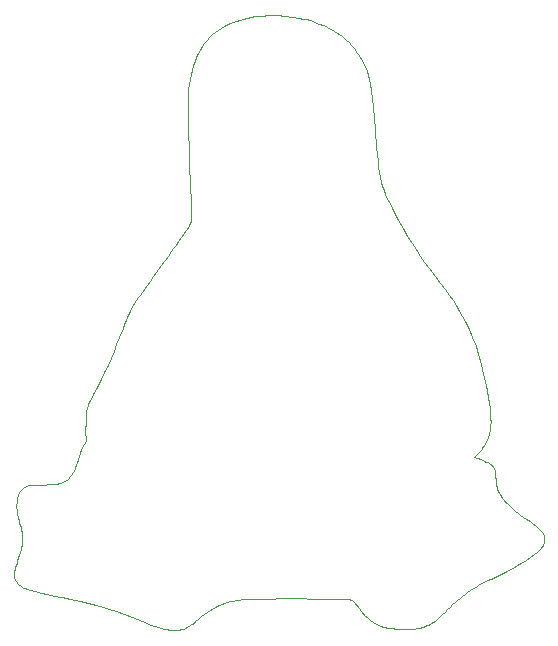
<source format=gbr>
%TF.GenerationSoftware,KiCad,Pcbnew,6.0.11-2627ca5db0~126~ubuntu20.04.1*%
%TF.CreationDate,2023-05-23T08:29:18+02:00*%
%TF.ProjectId,tux_badge,7475785f-6261-4646-9765-2e6b69636164,rev?*%
%TF.SameCoordinates,Original*%
%TF.FileFunction,Profile,NP*%
%FSLAX46Y46*%
G04 Gerber Fmt 4.6, Leading zero omitted, Abs format (unit mm)*
G04 Created by KiCad (PCBNEW 6.0.11-2627ca5db0~126~ubuntu20.04.1) date 2023-05-23 08:29:18*
%MOMM*%
%LPD*%
G01*
G04 APERTURE LIST*
%TA.AperFunction,Profile*%
%ADD10C,0.057447*%
%TD*%
G04 APERTURE END LIST*
D10*
X143189877Y-119509111D02*
X143191186Y-119552761D01*
X172746234Y-122800340D02*
X172771268Y-122828132D01*
X183450654Y-107547476D02*
X183473449Y-107451492D01*
X157837915Y-90259507D02*
X157734649Y-90412171D01*
X187764184Y-117384503D02*
X187794885Y-117350629D01*
X150726957Y-122279438D02*
X151288346Y-122454378D01*
X188074130Y-116276077D02*
X188052891Y-116212278D01*
X183746846Y-110357616D02*
X183731577Y-110338126D01*
X179317362Y-123032309D02*
X179496322Y-122865274D01*
X187059791Y-115144817D02*
X186908541Y-115039340D01*
X143892814Y-116808588D02*
X143867752Y-116998056D01*
X173226925Y-123260134D02*
X173297539Y-123324454D01*
X144181721Y-120717161D02*
X144291787Y-120754403D01*
X158111347Y-89794592D02*
X158087810Y-89843339D01*
X180915152Y-97192788D02*
X180656761Y-96761021D01*
X164960467Y-72183786D02*
X164611539Y-72193696D01*
X152921526Y-97435221D02*
X152803752Y-97699474D01*
X183685093Y-110284856D02*
X183669111Y-110268569D01*
X146612068Y-121336477D02*
X147254937Y-121477386D01*
X153207239Y-123169210D02*
X154092862Y-123516078D01*
X160614404Y-122092649D02*
X160822656Y-122006276D01*
X158106166Y-77587046D02*
X158036267Y-78002579D01*
X156901160Y-91598492D02*
X156763187Y-91800129D01*
X177567428Y-124043489D02*
X177724689Y-124003894D01*
X149328689Y-108066775D02*
X149328210Y-108091432D01*
X188127066Y-116496525D02*
X188118718Y-116445502D01*
X173686181Y-123611539D02*
X173771157Y-123662124D01*
X171631421Y-121651852D02*
X171653142Y-121654931D01*
X173954877Y-83950143D02*
X173899634Y-83317992D01*
X188090034Y-116834979D02*
X188105844Y-116784704D01*
X158229035Y-89347939D02*
X158219013Y-89439069D01*
X158150802Y-89701903D02*
X158132294Y-89747554D01*
X183473449Y-107451492D02*
X183494579Y-107353464D01*
X159322870Y-122895452D02*
X159555378Y-122722327D01*
X187662633Y-117484619D02*
X187698102Y-117451446D01*
X172363334Y-75476401D02*
X172214584Y-75264536D01*
X147316244Y-111725310D02*
X147266800Y-111745633D01*
X160000162Y-73803312D02*
X159769489Y-74030610D01*
X184005563Y-111596393D02*
X183989904Y-111451544D01*
X182736400Y-108979904D02*
X182813214Y-108880756D01*
X187970267Y-117101120D02*
X187990208Y-117063082D01*
X145615072Y-111929212D02*
X145615072Y-111929212D01*
X188131985Y-116641095D02*
X188133741Y-116593760D01*
X177281217Y-124100016D02*
X177400314Y-124079958D01*
X185456422Y-113995205D02*
X185275448Y-113837601D01*
X143504112Y-118357977D02*
X143440760Y-118549597D01*
X153207239Y-123169210D02*
X153207239Y-123169210D01*
X153038485Y-97189029D02*
X152921526Y-97435221D01*
X143336454Y-120023400D02*
X143386538Y-120104363D01*
X174333332Y-123918670D02*
X174435924Y-123953696D01*
X171907209Y-121746647D02*
X171938614Y-121765108D01*
X170533105Y-73661277D02*
X170309302Y-73517601D01*
X147624956Y-111535210D02*
X147582983Y-111567992D01*
X148724360Y-109555131D02*
X148724248Y-109554925D01*
X188107085Y-116392128D02*
X188092208Y-116335840D01*
X158817549Y-123297605D02*
X159077743Y-123086848D01*
X144547603Y-111982751D02*
X144440873Y-111997828D01*
X149074608Y-108602519D02*
X149054359Y-108638899D01*
X147497982Y-111627646D02*
X147454417Y-111654661D01*
X179707594Y-95371341D02*
X179302180Y-94829875D01*
X148928044Y-108924236D02*
X148895379Y-109011304D01*
X143610060Y-114903970D02*
X143685505Y-115153936D01*
X180321736Y-122068287D02*
X180533803Y-121876628D01*
X143867752Y-116998056D02*
X143832702Y-117195180D01*
X149577487Y-104954232D02*
X149517050Y-105094728D01*
X144001142Y-120638264D02*
X144100544Y-120685366D01*
X143575223Y-120331892D02*
X143650002Y-120401412D01*
X188132087Y-116545757D02*
X188127066Y-116496525D01*
X183087183Y-108475140D02*
X183128943Y-108400083D01*
X144670823Y-111970328D02*
X144547603Y-111982751D01*
X144100544Y-120685366D02*
X144100544Y-120685366D01*
X184275216Y-112598088D02*
X184202868Y-112442410D01*
X147161224Y-111781867D02*
X147104556Y-111797921D01*
X187843704Y-115829581D02*
X187780746Y-115753399D01*
X148722502Y-109562799D02*
X148723444Y-109559435D01*
X181400791Y-98093336D02*
X181400791Y-98093336D01*
X176168987Y-90231688D02*
X175770355Y-89509117D01*
X184090773Y-112105812D02*
X184066858Y-111993629D01*
X159777719Y-122566385D02*
X159992342Y-122426535D01*
X143841504Y-112341730D02*
X143793405Y-112393598D01*
X170397303Y-121587189D02*
X171045862Y-121610834D01*
X183372174Y-107823398D02*
X183400026Y-107733405D01*
X153279682Y-96732448D02*
X153157060Y-96956303D01*
X147751977Y-111424184D02*
X147666933Y-111500362D01*
X183350525Y-104507330D02*
X183350525Y-104507330D01*
X183566350Y-106520298D02*
X183563753Y-106356339D01*
X150261081Y-103626491D02*
X149920817Y-104273283D01*
X173899634Y-83317992D02*
X173783301Y-81802948D01*
X175026059Y-88103976D02*
X174837098Y-87713058D01*
X158977574Y-75103231D02*
X158812644Y-75411514D01*
X149333775Y-105751830D02*
X149316215Y-105892804D01*
X184202868Y-112442410D02*
X184141502Y-112285810D01*
X157980229Y-78432849D02*
X157980229Y-78432849D01*
X163263512Y-72340273D02*
X162942326Y-72402844D01*
X147926077Y-121618833D02*
X147926077Y-121618833D01*
X158327346Y-123688980D02*
X158434508Y-123606363D01*
X143787564Y-117401740D02*
X143732236Y-117619519D01*
X152421244Y-98646543D02*
X152117612Y-99452461D01*
X183969974Y-111060925D02*
X183962430Y-110947685D01*
X174673329Y-87343884D02*
X174532124Y-86986261D01*
X146845758Y-111850048D02*
X146693328Y-111869858D01*
X157941919Y-78897981D02*
X157919513Y-79482436D01*
X144440873Y-111997828D02*
X144348326Y-112016098D01*
X153546787Y-96292973D02*
X153408781Y-96512869D01*
X143217060Y-119726971D02*
X143228515Y-119770201D01*
X149647412Y-104804501D02*
X149577487Y-104954232D01*
X163077224Y-121611256D02*
X164031075Y-121589731D01*
X175242838Y-88526830D02*
X175026059Y-88103976D01*
X179302180Y-94829875D02*
X178836739Y-94225901D01*
X149328210Y-108091432D02*
X149326350Y-108115630D01*
X176979465Y-124129580D02*
X177139846Y-124116532D01*
X182790465Y-120290877D02*
X183044244Y-120155139D01*
X155707467Y-124074702D02*
X155948810Y-124138760D01*
X182554359Y-109196850D02*
X182650964Y-109084517D01*
X149275408Y-106910457D02*
X149265858Y-107041721D01*
X143506200Y-120258969D02*
X143575223Y-120331892D01*
X173523533Y-123503568D02*
X173603646Y-123558691D01*
X188020736Y-117000884D02*
X188047522Y-116942508D01*
X173603646Y-123558691D02*
X173686181Y-123611539D01*
X149727496Y-104642873D02*
X149647412Y-104804501D01*
X143428095Y-113879251D02*
X143433106Y-113974503D01*
X143506827Y-112948289D02*
X143489038Y-113025872D01*
X182318665Y-109633191D02*
X182239264Y-109615292D01*
X188047522Y-116942508D02*
X188070607Y-116887394D01*
X157048283Y-124244324D02*
X157198147Y-124221552D01*
X171794597Y-121692600D02*
X171821009Y-121703433D01*
X173390004Y-78031430D02*
X173299862Y-77589663D01*
X156169141Y-124188454D02*
X156371106Y-124224437D01*
X158036267Y-78002579D02*
X157980229Y-78432849D01*
X184453727Y-112907590D02*
X184358763Y-112753072D01*
X188052891Y-116212278D02*
X188052891Y-116212278D01*
X164031075Y-121589731D02*
X166662777Y-121566353D01*
X158228455Y-123762648D02*
X158327346Y-123688980D01*
X187628228Y-115596208D02*
X187537299Y-115513901D01*
X174837098Y-87713058D02*
X174673329Y-87343884D01*
X184943947Y-119237738D02*
X185187943Y-119112441D01*
X167979592Y-72546180D02*
X167686791Y-72474724D01*
X172630243Y-122652359D02*
X172652297Y-122682932D01*
X155948810Y-124138760D02*
X156169141Y-124188454D01*
X158812644Y-75411514D02*
X158661077Y-75735556D01*
X173089108Y-76884719D02*
X172988296Y-76633876D01*
X158167019Y-89657316D02*
X158150802Y-89701903D01*
X154719021Y-94675608D02*
X154455485Y-95027904D01*
X143194594Y-119596417D02*
X143200065Y-119640034D01*
X173948507Y-123756544D02*
X174040919Y-123800399D01*
X143575617Y-112738729D02*
X143549997Y-112805055D01*
X157919513Y-79482436D02*
X157913359Y-80203921D01*
X157667660Y-124088453D02*
X157742038Y-124057198D01*
X158522943Y-76075211D02*
X158398314Y-76430334D01*
X149326350Y-108115630D02*
X149323187Y-108139386D01*
X147104556Y-111797921D02*
X147044944Y-111812695D01*
X156557355Y-124247362D02*
X156730535Y-124257883D01*
X183956843Y-110892968D02*
X183949726Y-110839435D01*
X165514981Y-72190566D02*
X165312603Y-72184891D01*
X149323187Y-108139386D02*
X149318802Y-108162718D01*
X173858592Y-123710455D02*
X173948507Y-123756544D01*
X159992342Y-122426535D02*
X160201697Y-122301689D01*
X178700335Y-123542365D02*
X178843358Y-123436258D01*
X184358763Y-112753072D02*
X184275216Y-112598088D01*
X157923803Y-81080142D02*
X157951191Y-82128803D01*
X147926077Y-121618833D02*
X148780587Y-121798926D01*
X149315185Y-107963221D02*
X149321033Y-107989882D01*
X148831786Y-109199407D02*
X148831786Y-109199407D01*
X148698285Y-109623419D02*
X148670432Y-109702196D01*
X148099760Y-111035094D02*
X148053208Y-111098725D01*
X182552250Y-109700138D02*
X182424096Y-109660952D01*
X183494579Y-107353464D02*
X183494579Y-107353464D01*
X143293236Y-119940478D02*
X143336454Y-120023400D01*
X149318802Y-108162718D02*
X149313274Y-108185640D01*
X156763187Y-91800129D02*
X156682893Y-91920528D01*
X148568790Y-109995874D02*
X148478008Y-110251925D01*
X174040919Y-123800399D02*
X174135848Y-123842032D01*
X174217634Y-85880771D02*
X174140423Y-85467425D01*
X170749674Y-73811953D02*
X170533105Y-73661277D01*
X146982118Y-111826260D02*
X146915812Y-111838687D01*
X183901152Y-110635905D02*
X183882781Y-110587360D01*
X183342618Y-107911442D02*
X183372174Y-107823398D01*
X183962430Y-110947685D02*
X183956843Y-110892968D01*
X143196065Y-119445914D02*
X143191387Y-119481866D01*
X148311365Y-110660666D02*
X148270601Y-110745370D01*
X149294836Y-106205597D02*
X149289677Y-106382738D01*
X149147522Y-108491934D02*
X149097310Y-108565989D01*
X162544533Y-121638742D02*
X162544533Y-121638742D01*
X182759180Y-101692928D02*
X182538118Y-100907799D01*
X184952103Y-113525531D02*
X184809296Y-113370611D01*
X164266599Y-72214462D02*
X163926428Y-72245920D01*
X183989904Y-111451544D02*
X183977276Y-111304373D01*
X171045862Y-121610834D02*
X171045862Y-121610834D01*
X143527107Y-112874795D02*
X143506827Y-112948289D01*
X158189854Y-77186397D02*
X158106166Y-77587046D01*
X148723912Y-109555340D02*
X148722382Y-109558570D01*
X143381709Y-118736999D02*
X143328248Y-118915475D01*
X143707804Y-112500830D02*
X143670061Y-112556870D01*
X156682893Y-91920528D02*
X156504501Y-92186918D01*
X149316215Y-105892804D02*
X149303458Y-106043172D01*
X143841504Y-112341730D02*
X143841504Y-112341730D01*
X149199885Y-108415658D02*
X149147522Y-108491934D01*
X183545981Y-106005008D02*
X183530783Y-105817213D01*
X149290634Y-108252127D02*
X149271290Y-108294719D01*
X165921606Y-72213082D02*
X165718042Y-72199966D01*
X149517050Y-105094728D02*
X149465434Y-105228651D01*
X157321858Y-90998867D02*
X157321858Y-90998867D01*
X187709149Y-115675824D02*
X187628228Y-115596208D01*
X161980905Y-121712311D02*
X162253103Y-121673472D01*
X171893812Y-74860759D02*
X171721911Y-74668927D01*
X147266800Y-111745633D02*
X147215216Y-111764462D01*
X172879344Y-76389428D02*
X172762310Y-76151417D01*
X143793405Y-112393598D02*
X143748879Y-112446519D01*
X149313274Y-108185640D02*
X149306684Y-108208172D01*
X159155794Y-74810853D02*
X158977574Y-75103231D01*
X143191387Y-119481866D02*
X143189877Y-119509111D01*
X182623815Y-109724502D02*
X182552250Y-109700138D01*
X188118078Y-116736005D02*
X188126778Y-116688323D01*
X157345536Y-124188990D02*
X157432143Y-124166083D01*
X171545981Y-121643343D02*
X171545981Y-121643343D01*
X143745809Y-115354668D02*
X143797030Y-115547023D01*
X143433228Y-113486956D02*
X143433228Y-113486956D01*
X172850475Y-122906673D02*
X172878325Y-122931017D01*
X173551684Y-79177270D02*
X173473153Y-78555051D01*
X149097310Y-108565989D02*
X149074608Y-108602519D01*
X143815722Y-120528806D02*
X143906108Y-120585957D01*
X149315185Y-107963221D02*
X149315185Y-107963221D01*
X143635528Y-112614974D02*
X143604087Y-112675481D01*
X181400791Y-98093336D02*
X181160060Y-97632215D01*
X174532124Y-86986261D02*
X174410858Y-86629996D01*
X177873891Y-123960021D02*
X178016828Y-123910716D01*
X185484596Y-118945427D02*
X185818427Y-118746503D01*
X188126778Y-116688323D02*
X188131985Y-116641095D01*
X146118178Y-111911126D02*
X145880022Y-111920731D01*
X160201697Y-122301689D02*
X160408234Y-122190757D01*
X143839068Y-115732783D02*
X143871822Y-115913728D01*
X149054359Y-108638899D02*
X149054359Y-108638899D01*
X176536498Y-90875117D02*
X176168987Y-90231688D01*
X183043641Y-108548437D02*
X183087183Y-108475140D01*
X148352109Y-110569665D02*
X148311365Y-110660666D01*
X154455485Y-95027904D02*
X154038551Y-95585427D01*
X174759550Y-124042528D02*
X174893596Y-124065335D01*
X157926017Y-90123997D02*
X157837915Y-90259507D01*
X182424096Y-109660952D02*
X182318665Y-109633191D01*
X183039990Y-109901838D02*
X182950352Y-109858319D01*
X183563753Y-106356339D02*
X183556967Y-106184646D01*
X158237770Y-89027887D02*
X158237213Y-89144927D01*
X147044944Y-111812695D02*
X146982118Y-111826260D01*
X147254937Y-121477386D02*
X147926077Y-121618833D01*
X157321858Y-90998867D02*
X157089741Y-91327458D01*
X152117612Y-99452461D02*
X151885597Y-100061584D01*
X182171911Y-109602768D02*
X182171977Y-109602729D01*
X172878325Y-122931017D02*
X173226925Y-123260134D01*
X183731577Y-110338126D02*
X183716248Y-110319556D01*
X171720854Y-121668782D02*
X171744625Y-121675420D01*
X186563000Y-114808000D02*
X186563000Y-114808000D01*
X149306684Y-108208172D02*
X149299110Y-108230328D01*
X149327705Y-108041642D02*
X149328689Y-108066775D01*
X159077743Y-123086848D02*
X159322870Y-122895452D01*
X158208689Y-88057600D02*
X158229955Y-88659511D01*
X179896443Y-122475706D02*
X179896443Y-122475706D01*
X160500240Y-73398767D02*
X160243769Y-73592649D01*
X182171977Y-109602729D02*
X182172043Y-109602690D01*
X183777513Y-110399666D02*
X183746846Y-110357616D01*
X183836883Y-110492636D02*
X183808876Y-110446333D01*
X173297539Y-123324454D02*
X173370499Y-123386460D01*
X187898709Y-115905018D02*
X187843704Y-115829581D01*
X151401553Y-101238021D02*
X151142928Y-101819822D01*
X161208172Y-72983625D02*
X160958586Y-73113142D01*
X182650964Y-109084517D02*
X182736400Y-108979904D01*
X182239264Y-109615292D02*
X182171776Y-109602846D01*
X147409784Y-111679895D02*
X147363816Y-111703421D01*
X146693328Y-111869858D02*
X146522685Y-111886260D01*
X143200065Y-119640034D02*
X143207565Y-119683567D01*
X147952840Y-111220290D02*
X147898266Y-111279613D01*
X158181097Y-89613472D02*
X158167019Y-89657316D01*
X143961600Y-112222880D02*
X143841504Y-112341730D01*
X162942326Y-72402844D02*
X162629029Y-72475463D01*
X162544533Y-121638742D02*
X163077224Y-121611256D01*
X183311348Y-107997559D02*
X183342618Y-107911442D01*
X183916792Y-110685323D02*
X183901152Y-110635905D01*
X157734649Y-90412171D02*
X157615018Y-90584566D01*
X168545251Y-72711263D02*
X168265765Y-72625040D01*
X143440811Y-114069798D02*
X143451299Y-114165721D01*
X147898266Y-111279613D02*
X147840260Y-111338888D01*
X172771268Y-122828132D02*
X172796970Y-122855163D01*
X171542414Y-74483854D02*
X171355381Y-74305580D01*
X178836739Y-94225901D02*
X178375185Y-93625252D01*
X183487707Y-105416309D02*
X183427651Y-104980244D01*
X183426182Y-107641439D02*
X183450654Y-107547476D01*
X158138483Y-86486496D02*
X158208689Y-88057600D01*
X148895379Y-109011304D02*
X148848678Y-109146385D01*
X182171776Y-109602846D02*
X182171911Y-109602768D01*
X143913375Y-116445491D02*
X143907988Y-116624993D01*
X150868839Y-102407005D02*
X150575989Y-103006814D01*
X185818427Y-118746503D02*
X186173959Y-118525478D01*
X188092208Y-116335840D02*
X188074130Y-116276077D01*
X179150078Y-123182383D02*
X179317362Y-123032309D01*
X183977276Y-111304373D02*
X183977276Y-111304373D01*
X157969489Y-123937189D02*
X158050720Y-123886031D01*
X160822656Y-122006276D02*
X161035441Y-121930549D01*
X149920817Y-104273283D02*
X149920817Y-104273283D01*
X162324401Y-72557968D02*
X162029221Y-72650198D01*
X159769489Y-74030610D02*
X159551823Y-74274397D01*
X177231637Y-92006848D02*
X176886258Y-91459979D01*
X157995869Y-83367612D02*
X158058184Y-84814274D01*
X158138483Y-86486496D02*
X158138483Y-86486496D01*
X148053208Y-111098725D02*
X148004361Y-111160226D01*
X171721911Y-74668927D02*
X171542414Y-74483854D01*
X174072644Y-85014667D02*
X174011671Y-84512304D01*
X172504245Y-75694863D02*
X172363334Y-75476401D01*
X176416879Y-124148652D02*
X176803335Y-124139233D01*
X155674501Y-93360833D02*
X155024833Y-94259244D01*
X149421967Y-105358661D02*
X149385981Y-105487420D01*
X183564769Y-106676734D02*
X183566350Y-106520298D01*
X158237770Y-89027887D02*
X158237770Y-89027887D01*
X173089108Y-76884719D02*
X173089108Y-76884719D01*
X179688751Y-122680124D02*
X179896443Y-122475706D01*
X143228515Y-119770201D02*
X143257164Y-119855958D01*
X143473617Y-113107884D02*
X143460447Y-113194660D01*
X186314065Y-114641382D02*
X186079157Y-114477020D01*
X143207565Y-119683567D02*
X143217060Y-119726971D01*
X156504501Y-92186918D02*
X156226914Y-92585712D01*
X171697753Y-121663251D02*
X171720854Y-121668782D01*
X158234701Y-89250751D02*
X158229035Y-89347939D01*
X151865193Y-122654048D02*
X152492992Y-122888856D01*
X167387424Y-72410712D02*
X166769230Y-72305179D01*
X160500240Y-73398767D02*
X160500240Y-73398767D01*
X183039990Y-109901838D02*
X183039990Y-109901838D01*
X143443213Y-120183006D02*
X143506200Y-120258969D01*
X143670061Y-112556870D02*
X143635528Y-112614974D01*
X143243247Y-119226806D02*
X143214285Y-119350242D01*
X169595103Y-73128977D02*
X169342974Y-73013706D01*
X185107415Y-113681118D02*
X184952103Y-113525531D01*
X173771157Y-123662124D02*
X173858592Y-123710455D01*
X183044244Y-120155139D02*
X183305774Y-120021689D01*
X187503533Y-117616529D02*
X187503533Y-117616529D01*
X149356807Y-105617589D02*
X149333775Y-105751830D01*
X174233313Y-123881452D02*
X174333332Y-123918670D01*
X143590611Y-118095856D02*
X143504112Y-118357977D01*
X181839657Y-120866036D02*
X182069032Y-120716484D01*
X184066858Y-111993629D02*
X184044428Y-111869773D01*
X147363816Y-111703421D02*
X147316244Y-111725310D01*
X149289677Y-106382738D02*
X149287076Y-106791819D01*
X171744625Y-121675420D02*
X171769171Y-121683311D01*
X182998307Y-108619997D02*
X183043641Y-108548437D01*
X153408781Y-96512869D02*
X153279682Y-96732448D01*
X158058184Y-84814274D02*
X158138483Y-86486496D01*
X143549997Y-112805055D02*
X143527107Y-112874795D01*
X143577617Y-114787250D02*
X143610060Y-114903970D01*
X143730261Y-120467171D02*
X143815722Y-120528806D01*
X158219013Y-89439069D02*
X158211993Y-89483168D01*
X144132693Y-112095441D02*
X144073791Y-112131860D01*
X183716248Y-110319556D02*
X183700779Y-110301825D01*
X171653142Y-121654931D02*
X171675218Y-121658683D01*
X152803752Y-97699474D02*
X152682735Y-97986382D01*
X149508573Y-121962120D02*
X150145531Y-122118821D01*
X182951172Y-108689844D02*
X182998307Y-108619997D01*
X143871822Y-115913728D02*
X143895192Y-116091640D01*
X186743173Y-114927284D02*
X186563000Y-114808000D01*
X143425803Y-113686532D02*
X143425690Y-113783456D01*
X143906108Y-120585957D02*
X144001142Y-120638264D01*
X161744269Y-72751992D02*
X161470327Y-72863188D01*
X143451299Y-114165721D02*
X143464658Y-114262858D01*
X183400026Y-107733405D02*
X183426182Y-107641439D01*
X172878325Y-122931017D02*
X172878325Y-122931017D01*
X143522847Y-114567409D02*
X143548576Y-114675258D01*
X144073791Y-112131860D02*
X144017529Y-112174160D01*
X146915812Y-111838687D02*
X146845758Y-111850048D01*
X183635948Y-110237732D02*
X183618610Y-110223024D01*
X186535714Y-118292160D02*
X186888213Y-118056358D01*
X147540748Y-111598781D02*
X147497982Y-111627646D01*
X149920817Y-104273283D02*
X149727496Y-104642873D01*
X183808876Y-110446333D02*
X183777513Y-110399666D01*
X143281664Y-119080313D02*
X143243247Y-119226806D01*
X158203434Y-89526720D02*
X158193185Y-89570048D01*
X182069032Y-120716484D02*
X182303519Y-120571084D01*
X183556967Y-106184646D02*
X183545981Y-106005008D01*
X171938614Y-121765108D02*
X171938614Y-121765108D01*
X162029221Y-72650198D02*
X161744269Y-72751992D01*
X161484408Y-121806675D02*
X161725490Y-121756349D01*
X143480977Y-114361794D02*
X143500344Y-114463116D01*
X149249292Y-108336081D02*
X149225277Y-108376349D01*
X148187496Y-110898661D02*
X148144396Y-110968637D01*
X143428345Y-113587894D02*
X143425803Y-113686532D01*
X158551134Y-123514077D02*
X158817549Y-123297605D01*
X173226925Y-123260134D02*
X173226925Y-123260134D01*
X143440760Y-118549597D02*
X143381709Y-118736999D01*
X183494579Y-107353464D02*
X183516884Y-107231474D01*
X183549116Y-106967883D02*
X183559020Y-106825859D01*
X183350525Y-104507330D02*
X183160383Y-103476232D01*
X172698074Y-122742749D02*
X172721844Y-122771857D01*
X174140423Y-85467425D02*
X174072644Y-85014667D01*
X172674899Y-122713085D02*
X172698074Y-122742749D01*
X143832702Y-117195180D02*
X143787564Y-117401740D01*
X162629029Y-72475463D02*
X162324401Y-72557968D01*
X174893596Y-124065335D02*
X175047779Y-124085560D01*
X143548576Y-114675258D02*
X143577617Y-114787250D01*
X158136644Y-123828091D02*
X158228455Y-123762648D01*
X143191186Y-119552761D02*
X143194594Y-119596417D01*
X183398849Y-110083265D02*
X183340708Y-110052827D01*
X143748879Y-112446519D02*
X143707804Y-112500830D01*
X182813214Y-108880756D02*
X182883955Y-108784820D01*
X172637257Y-75919881D02*
X172504245Y-75694863D01*
X148722502Y-109562799D02*
X148722502Y-109562799D01*
X187780746Y-115753399D02*
X187709149Y-115675824D01*
X174306903Y-86264897D02*
X174217634Y-85880771D01*
X170309302Y-73517601D02*
X170078327Y-73380965D01*
X146010899Y-121199374D02*
X146612068Y-121336477D01*
X165312603Y-72184891D02*
X165312603Y-72184891D01*
X149281190Y-107781418D02*
X149296050Y-107874605D01*
X154830875Y-123789808D02*
X155442462Y-123995627D01*
X183940838Y-110787026D02*
X183929941Y-110735675D01*
X183808876Y-110446333D02*
X183808876Y-110446333D01*
X149054359Y-108638899D02*
X149030900Y-108685689D01*
X173200355Y-77213007D02*
X173089108Y-76884719D01*
X173370499Y-123386460D02*
X173445824Y-123446161D01*
X175770355Y-89509117D02*
X175242838Y-88526830D01*
X154038551Y-95585427D02*
X153859241Y-95833846D01*
X182538118Y-100907799D02*
X182296750Y-100171737D01*
X143797030Y-115547023D02*
X143839068Y-115732783D01*
X145615072Y-111929212D02*
X145162509Y-111943611D01*
X144591873Y-120843592D02*
X144987373Y-120949662D01*
X148004361Y-111160226D02*
X147952840Y-111220290D01*
X149287076Y-106791819D02*
X149287076Y-106791819D01*
X144812842Y-111960023D02*
X144670823Y-111970328D01*
X171938614Y-121765108D02*
X172508085Y-122463896D01*
X171355381Y-74305580D02*
X171160873Y-74134145D01*
X143907988Y-116624993D02*
X143892814Y-116808588D01*
X183278354Y-108081774D02*
X183311348Y-107997559D01*
X147840260Y-111338888D02*
X147751977Y-111424184D01*
X149303458Y-106043172D02*
X149294836Y-106205597D01*
X158000155Y-90003060D02*
X157926017Y-90123997D01*
X183618610Y-110223024D02*
X183600664Y-110208684D01*
X151648010Y-100654356D02*
X151401553Y-101238021D01*
X183128943Y-108400083D02*
X183168930Y-108323241D01*
X186908541Y-115039340D02*
X186743173Y-114927284D01*
X143489038Y-113025872D02*
X143473617Y-113107884D01*
X149008280Y-108733536D02*
X148965926Y-108830148D01*
X172652297Y-122682932D02*
X172674899Y-122713085D01*
X148144396Y-110968637D02*
X148099760Y-111035094D01*
X172762310Y-76151417D02*
X172637257Y-75919881D01*
X146331684Y-111899826D02*
X146118178Y-111911126D01*
X183652756Y-110252888D02*
X183635948Y-110237732D01*
X181614734Y-121020206D02*
X181839657Y-120866036D01*
X143214285Y-119350242D02*
X143196065Y-119445914D01*
X174011671Y-84512304D02*
X173954877Y-83950143D01*
X187949137Y-117138456D02*
X187970267Y-117101120D01*
X149258306Y-107205805D02*
X149256327Y-107296606D01*
X173473153Y-78555051D02*
X173390004Y-78031430D01*
X174648905Y-124017214D02*
X174648905Y-124017214D01*
X148723444Y-109559435D02*
X148724360Y-109555131D01*
X154455485Y-95027904D02*
X154455485Y-95027904D01*
X187503533Y-117616529D02*
X187545980Y-117583564D01*
X158132294Y-89747554D02*
X158111347Y-89794592D01*
X172721844Y-122771857D02*
X172746234Y-122800340D01*
X165718042Y-72199966D02*
X165514981Y-72190566D01*
X149256106Y-107391354D02*
X149258062Y-107488628D01*
X148848678Y-109146385D02*
X148831786Y-109199407D01*
X146522685Y-111886260D02*
X146331684Y-111899826D01*
X185187943Y-119112441D02*
X185484596Y-118945427D01*
X157432143Y-124166083D02*
X157513905Y-124142173D01*
X145464857Y-121069346D02*
X146010899Y-121199374D01*
X184141502Y-112285810D02*
X184141502Y-112285810D01*
X161470327Y-72863188D02*
X161208172Y-72983625D01*
X187537299Y-115513901D02*
X187435675Y-115428258D01*
X149258062Y-107488628D02*
X149262615Y-107587010D01*
X183600664Y-110208684D02*
X183582030Y-110194635D01*
X157345536Y-124188990D02*
X157345536Y-124188990D01*
X173627970Y-79914830D02*
X173551684Y-79177270D01*
X182171776Y-109602846D02*
X182171776Y-109602846D01*
X185275448Y-113837601D02*
X185107415Y-113681118D01*
X168817988Y-72804808D02*
X168545251Y-72711263D01*
X187698102Y-117451446D02*
X187731938Y-117418092D01*
X170958951Y-73969589D02*
X170749674Y-73811953D01*
X185858059Y-114314688D02*
X185650553Y-114154159D01*
X173783301Y-81802948D02*
X173704384Y-80784475D01*
X177586004Y-92536301D02*
X177231637Y-92006848D01*
X181393603Y-121179460D02*
X181614734Y-121020206D01*
X171877210Y-121730312D02*
X171907209Y-121746647D01*
X158211993Y-89483168D02*
X158203434Y-89526720D01*
X180746364Y-121692381D02*
X180960077Y-121515082D01*
X174410858Y-86629996D02*
X174306903Y-86264897D01*
X183340708Y-110052827D02*
X183205232Y-109984437D01*
X183530783Y-105817213D02*
X183511362Y-105621050D01*
X147582983Y-111567992D02*
X147540748Y-111598781D01*
X156226914Y-92585712D02*
X155674501Y-93360833D01*
X164611539Y-72193696D02*
X164266599Y-72214462D01*
X177139846Y-124116532D02*
X177281217Y-124100016D01*
X143604087Y-112675481D02*
X143575617Y-112738729D01*
X174135848Y-123842032D02*
X174233313Y-123881452D01*
X145880022Y-111920731D02*
X145615072Y-111929212D01*
X149299110Y-108230328D02*
X149290634Y-108252127D01*
X149265858Y-107041721D02*
X149258306Y-107205805D01*
X184115783Y-112203985D02*
X184090773Y-112105812D01*
X159347234Y-74534526D02*
X159155794Y-74810853D01*
X181733087Y-98780967D02*
X181400791Y-98093336D01*
X175770355Y-89509117D02*
X175770355Y-89509117D01*
X178375185Y-93625252D02*
X177962730Y-93068910D01*
X151288346Y-122454378D02*
X151865193Y-122654048D01*
X183427651Y-104980244D02*
X183350525Y-104507330D01*
X158061532Y-89894118D02*
X158000155Y-90003060D01*
X160243769Y-73592649D02*
X160000162Y-73803312D01*
X181175604Y-121344263D02*
X181393603Y-121179460D01*
X184128578Y-112247088D02*
X184115783Y-112203985D01*
X157951191Y-82128803D02*
X157995869Y-83367612D01*
X166769230Y-72305179D02*
X166125496Y-72229905D01*
X153696130Y-96068163D02*
X153546787Y-96292973D01*
X171588622Y-121647126D02*
X171631421Y-121651852D01*
X151142928Y-101819822D02*
X150868839Y-102407005D01*
X183168930Y-108323241D02*
X183207155Y-108244592D01*
X148670432Y-109702196D02*
X148628223Y-109823453D01*
X143666619Y-117850297D02*
X143590611Y-118095856D01*
X143425690Y-113783456D02*
X143428095Y-113879251D01*
X182317447Y-109453683D02*
X182444037Y-109319154D01*
X157913359Y-80203921D02*
X157923803Y-81080142D01*
X148719413Y-109565908D02*
X148714646Y-109578439D01*
X187586617Y-117550626D02*
X187625486Y-117517661D01*
X184141502Y-112285810D02*
X184128578Y-112247088D01*
X184943947Y-119237738D02*
X184943947Y-119237738D01*
X187990208Y-117063082D02*
X187990208Y-117063082D01*
X150145531Y-122118821D02*
X150726957Y-122279438D01*
X187851831Y-117281813D02*
X187878164Y-117246767D01*
X184560325Y-113061868D02*
X184453727Y-112907590D01*
X187215979Y-117827878D02*
X187503533Y-117616529D01*
X171848511Y-121715955D02*
X171877210Y-121730312D01*
X182296750Y-100171737D02*
X182030072Y-99468280D01*
X183499064Y-110139770D02*
X183451425Y-110112037D01*
X143257164Y-119855958D02*
X143293236Y-119940478D01*
X187625486Y-117517661D02*
X187662633Y-117484619D01*
X160958586Y-73113142D02*
X160722349Y-73251576D01*
X187903130Y-117211227D02*
X187926773Y-117175141D01*
X184678776Y-113216132D02*
X184560325Y-113061868D01*
X187946445Y-115980357D02*
X187898709Y-115905018D01*
X158398314Y-76430334D02*
X158287260Y-76800778D01*
X182863503Y-109819021D02*
X182779855Y-109783749D01*
X183974283Y-111179654D02*
X183969974Y-111060925D01*
X173704384Y-80784475D02*
X173627970Y-79914830D01*
X143433106Y-113974503D02*
X143440811Y-114069798D01*
X172587683Y-122590223D02*
X172630243Y-122652359D01*
X188022851Y-116133340D02*
X187987597Y-116056249D01*
X172214584Y-75264536D02*
X172058057Y-75059308D01*
X169360690Y-121572193D02*
X170397303Y-121587189D01*
X169083916Y-72905636D02*
X168817988Y-72804808D01*
X144196544Y-112064367D02*
X144132693Y-112095441D01*
X180109502Y-122267824D02*
X180321736Y-122068287D01*
X187197606Y-115244363D02*
X187059791Y-115144817D01*
X159551823Y-74274397D02*
X159347234Y-74534526D01*
X169342974Y-73013706D02*
X169083916Y-72905636D01*
X181160060Y-97632215D02*
X180915152Y-97192788D01*
X171821009Y-121703433D02*
X171848511Y-121715955D01*
X186173959Y-118525478D02*
X186535714Y-118292160D01*
X178016828Y-123910716D02*
X178155295Y-123854827D01*
X187322673Y-115338628D02*
X187197606Y-115244363D01*
X176006579Y-124145380D02*
X176416879Y-124148652D01*
X180656761Y-96761021D02*
X180375576Y-96322880D01*
X143504112Y-118357977D02*
X143504112Y-118357977D01*
X165312603Y-72184891D02*
X164960467Y-72183786D01*
X187731938Y-117418092D02*
X187764184Y-117384503D01*
X148393211Y-110471670D02*
X148352109Y-110569665D01*
X151885597Y-100061584D02*
X151648010Y-100654356D01*
X158229955Y-88659511D02*
X158237770Y-89027887D01*
X177962730Y-93068910D02*
X177586004Y-92536301D01*
X183511362Y-105621050D02*
X183487707Y-105416309D01*
X182303519Y-120571084D02*
X182543776Y-120429370D01*
X172508085Y-122463896D02*
X172547028Y-122527221D01*
X174541109Y-123986541D02*
X174648905Y-124017214D01*
X149465434Y-105228651D02*
X149421967Y-105358661D01*
X152117612Y-99452461D02*
X152117612Y-99452461D01*
X161255208Y-121864379D02*
X161484408Y-121806675D01*
X147215216Y-111764462D02*
X147161224Y-111781867D01*
X148270601Y-110745370D02*
X148229438Y-110824470D01*
X160722349Y-73251576D02*
X160500240Y-73398767D01*
X143650002Y-120401412D02*
X143730261Y-120467171D01*
X152492992Y-122888856D02*
X153207239Y-123169210D01*
X147666933Y-111500362D02*
X147624956Y-111535210D01*
X182172043Y-109602690D02*
X182172043Y-109602690D01*
X173783301Y-81802948D02*
X173783301Y-81802948D01*
X143464658Y-114262858D02*
X143480977Y-114361794D01*
X182444037Y-109319154D02*
X182554359Y-109196850D01*
X177400314Y-124079958D02*
X177400314Y-124079958D01*
X183977276Y-111304373D02*
X183974283Y-111179654D01*
X187435675Y-115428258D02*
X187322673Y-115338628D01*
X148965926Y-108830148D02*
X148928044Y-108924236D01*
X180062290Y-95864331D02*
X179707594Y-95371341D01*
X186563000Y-114808000D02*
X186314065Y-114641382D01*
X171045862Y-121610834D02*
X171545981Y-121643343D01*
X163926428Y-72245920D02*
X163591805Y-72287911D01*
X148780587Y-121798926D02*
X149508573Y-121962120D01*
X178291085Y-123791200D02*
X178425992Y-123718683D01*
X161725490Y-121756349D02*
X161980905Y-121712311D01*
X157816341Y-124022050D02*
X157891761Y-123982288D01*
X173445824Y-123446161D02*
X173523533Y-123503568D01*
X188052891Y-116212278D02*
X188022851Y-116133340D01*
X158050720Y-123886031D02*
X158136644Y-123828091D01*
X178425992Y-123718683D02*
X178561811Y-123636122D01*
X148724248Y-109554925D02*
X148723912Y-109555340D01*
X187794885Y-117350629D02*
X187824086Y-117316416D01*
X184044428Y-111869773D02*
X184023867Y-111736581D01*
X178561811Y-123636122D02*
X178700335Y-123542365D01*
X170078327Y-73380965D02*
X169840241Y-73251411D01*
X149256327Y-107296606D02*
X149256106Y-107391354D01*
X175218838Y-124103130D02*
X175598532Y-124130009D01*
X143909076Y-116268301D02*
X143913375Y-116445491D01*
X154092862Y-123516078D02*
X154830875Y-123789808D01*
X183582030Y-110194635D02*
X183542390Y-110167093D01*
X157592013Y-124116537D02*
X157667660Y-124088453D01*
X148714646Y-109578439D02*
X148698285Y-109623419D01*
X183669111Y-110268569D02*
X183652756Y-110252888D01*
X187926773Y-117175141D02*
X187949137Y-117138456D01*
X187990208Y-117063082D02*
X188020736Y-117000884D01*
X171160873Y-74134145D02*
X170958951Y-73969589D01*
X172058057Y-75059308D02*
X171893812Y-74860759D01*
X187824086Y-117316416D02*
X187851831Y-117281813D01*
X183929941Y-110735675D02*
X183916792Y-110685323D01*
X171769171Y-121683311D02*
X171794597Y-121692600D01*
X157615018Y-90584566D02*
X157321858Y-90998867D01*
X160408234Y-122190757D02*
X160614404Y-122092649D01*
X188133741Y-116593760D02*
X188132087Y-116545757D01*
X144100544Y-120685366D02*
X144181721Y-120717161D01*
X149030900Y-108685689D02*
X149008280Y-108733536D01*
X178836739Y-94225901D02*
X178836739Y-94225901D01*
X173299862Y-77589663D02*
X173200355Y-77213007D01*
X178155295Y-123854827D02*
X178291085Y-123791200D01*
X174648905Y-124017214D02*
X174759550Y-124042528D01*
X155442462Y-123995627D02*
X155707467Y-124074702D01*
X149296050Y-107874605D02*
X149315185Y-107963221D01*
X175598532Y-124130009D02*
X176006579Y-124145380D01*
X166125496Y-72229905D02*
X166125496Y-72229905D01*
X172988296Y-76633876D02*
X172879344Y-76389428D01*
X186888213Y-118056358D02*
X187215979Y-117827878D01*
X157198147Y-124221552D02*
X157345536Y-124188990D01*
X149262615Y-107587010D02*
X149270184Y-107685080D01*
X180375576Y-96322880D02*
X180062290Y-95864331D01*
X143685505Y-115153936D02*
X143745809Y-115354668D01*
X183575714Y-119890062D02*
X184943947Y-119237738D01*
X147454417Y-111654661D02*
X147409784Y-111679895D01*
X182543776Y-120429370D02*
X182790465Y-120290877D01*
X182950352Y-109858319D02*
X182863503Y-109819021D01*
X143685505Y-115153936D02*
X143685505Y-115153936D01*
X152556042Y-98300540D02*
X152421244Y-98646543D01*
X143386538Y-120104363D02*
X143443213Y-120183006D01*
X148478008Y-110251925D02*
X148393211Y-110471670D01*
X183207155Y-108244592D02*
X183243626Y-108164110D01*
X183882781Y-110587360D02*
X183861438Y-110539624D01*
X149321033Y-107989882D02*
X149325180Y-108016016D01*
X149325180Y-108016016D02*
X149327705Y-108041642D01*
X158287260Y-76800778D02*
X158189854Y-77186397D01*
X143460447Y-113194660D02*
X143449405Y-113286539D01*
X183535067Y-107103017D02*
X183549116Y-106967883D01*
X183243626Y-108164110D02*
X183278354Y-108081774D01*
X155024833Y-94259244D02*
X154719021Y-94675608D01*
X182779855Y-109783749D02*
X182699821Y-109752307D01*
X143433228Y-113486956D02*
X143428345Y-113587894D01*
X177400314Y-124079958D02*
X177567428Y-124043489D01*
X143732236Y-117619519D02*
X143666619Y-117850297D01*
X171675218Y-121658683D02*
X171697753Y-121663251D01*
X169840241Y-73251411D02*
X169595103Y-73128977D01*
X166125496Y-72229905D02*
X165921606Y-72213082D01*
X158661077Y-75735556D02*
X158522943Y-76075211D01*
X182172043Y-109602690D02*
X182317447Y-109453683D01*
X143500344Y-114463116D02*
X143522847Y-114567409D01*
X188105844Y-116784704D02*
X188118078Y-116736005D01*
X179896443Y-122475706D02*
X180109502Y-122267824D01*
X168265765Y-72625040D02*
X167979592Y-72546180D01*
X152682735Y-97986382D02*
X152556042Y-98300540D01*
X177724689Y-124003894D02*
X177873891Y-123960021D01*
X183542390Y-110167093D02*
X183499064Y-110139770D01*
X182951172Y-108689844D02*
X182951172Y-108689844D01*
X183949726Y-110839435D02*
X183940838Y-110787026D01*
X143440372Y-113383859D02*
X143433228Y-113486956D01*
X183205232Y-109984437D02*
X183039990Y-109901838D01*
X143449405Y-113286539D02*
X143440372Y-113383859D01*
X148628223Y-109823453D02*
X148568790Y-109995874D01*
X159555378Y-122722327D02*
X159777719Y-122566385D01*
X187878164Y-117246767D02*
X187903130Y-117211227D01*
X172796970Y-122855163D02*
X172823365Y-122881366D01*
X156504501Y-92186918D02*
X156504501Y-92186918D01*
X161035441Y-121930549D02*
X161255208Y-121864379D01*
X150575989Y-103006814D02*
X150261081Y-103626491D01*
X149270184Y-107685080D02*
X149281190Y-107781418D01*
X180960077Y-121515082D02*
X181175604Y-121344263D01*
X182030072Y-99468280D02*
X181733087Y-98780967D01*
X188118718Y-116445502D02*
X188107085Y-116392128D01*
X156371106Y-124224437D02*
X156557355Y-124247362D01*
X182883955Y-108784820D02*
X182951172Y-108689844D01*
X183700779Y-110301825D02*
X183685093Y-110284856D01*
X183575714Y-119890062D02*
X183575714Y-119890062D01*
X183451425Y-110112037D02*
X183398849Y-110083265D01*
X158237213Y-89144927D02*
X158234701Y-89250751D01*
X143328248Y-118915475D02*
X143281664Y-119080313D01*
X147840260Y-111338888D02*
X147840260Y-111338888D01*
X183516884Y-107231474D02*
X183535067Y-107103017D01*
X162253103Y-121673472D02*
X162544533Y-121638742D01*
X157513905Y-124142173D02*
X157592013Y-124116537D01*
X149287076Y-106791819D02*
X149275408Y-106910457D01*
X158193185Y-89570048D02*
X158181097Y-89613472D01*
X156893295Y-124256652D02*
X157048283Y-124244324D01*
X174435924Y-123953696D02*
X174541109Y-123986541D01*
X149225277Y-108376349D02*
X149199885Y-108415658D01*
X144987373Y-120949662D02*
X145464857Y-121069346D01*
X163591805Y-72287911D02*
X163263512Y-72340273D01*
X156730535Y-124257883D02*
X156893295Y-124256652D01*
X179496322Y-122865274D02*
X179688751Y-122680124D01*
X157980229Y-78432849D02*
X157941919Y-78897981D01*
X178843358Y-123436258D02*
X178992674Y-123316648D01*
X148722382Y-109558570D02*
X148719413Y-109565908D01*
X182699821Y-109752307D02*
X182623815Y-109724502D01*
X176886258Y-91459979D02*
X176536498Y-90875117D01*
X172823365Y-122881366D02*
X172850475Y-122906673D01*
X153157060Y-96956303D02*
X153038485Y-97189029D01*
X149385981Y-105487420D02*
X149356807Y-105617589D01*
X172547028Y-122527221D02*
X172587683Y-122590223D01*
X180533803Y-121876628D02*
X180746364Y-121692381D01*
X186079157Y-114477020D02*
X185858059Y-114314688D01*
X144017529Y-112174160D02*
X143961600Y-112222880D01*
X144291787Y-120754403D02*
X144591873Y-120843592D01*
X157891761Y-123982288D02*
X157969489Y-123937189D01*
X158434508Y-123606363D02*
X158551134Y-123514077D01*
X157742038Y-124057198D02*
X157816341Y-124022050D01*
X166662777Y-121566353D02*
X169360690Y-121572193D01*
X158087810Y-89843339D02*
X158061532Y-89894118D01*
X143895192Y-116091640D02*
X143909076Y-116268301D01*
X149271290Y-108294719D02*
X149249292Y-108336081D01*
X185650553Y-114154159D02*
X185456422Y-113995205D01*
X182964934Y-102543585D02*
X182759180Y-101692928D01*
X184023867Y-111736581D02*
X184005563Y-111596393D01*
X183160383Y-103476232D02*
X182964934Y-102543585D01*
X183861438Y-110539624D02*
X183836883Y-110492636D01*
X171545981Y-121643343D02*
X171588622Y-121647126D01*
X188070607Y-116887394D02*
X188090034Y-116834979D01*
X148568790Y-109995874D02*
X148568790Y-109995874D01*
X148831786Y-109199407D02*
X148722502Y-109562799D01*
X157089741Y-91327458D02*
X156901160Y-91598492D01*
X156682893Y-91920528D02*
X156682893Y-91920528D01*
X144348326Y-112016098D02*
X144267652Y-112038098D01*
X184809296Y-113370611D02*
X184678776Y-113216132D01*
X183305774Y-120021689D02*
X183575714Y-119890062D01*
X144267652Y-112038098D02*
X144196544Y-112064367D01*
X167686791Y-72474724D02*
X167387424Y-72410712D01*
X187545980Y-117583564D02*
X187586617Y-117550626D01*
X153859241Y-95833846D02*
X153696130Y-96068163D01*
X143189877Y-119509111D02*
X143189877Y-119509111D01*
X145162509Y-111943611D02*
X144812842Y-111960023D01*
X148229438Y-110824470D02*
X148187496Y-110898661D01*
X176803335Y-124139233D02*
X176979465Y-124129580D01*
X178992674Y-123316648D02*
X179150078Y-123182383D01*
X183559020Y-106825859D02*
X183564769Y-106676734D01*
X158817549Y-123297605D02*
X158817549Y-123297605D01*
X175047779Y-124085560D02*
X175218838Y-124103130D01*
X187987597Y-116056249D02*
X187946445Y-115980357D01*
M02*

</source>
